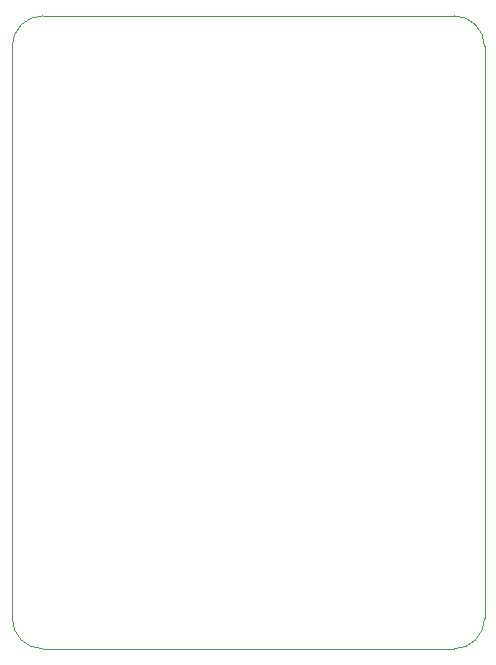
<source format=gbr>
G04 #@! TF.GenerationSoftware,KiCad,Pcbnew,7.0.10*
G04 #@! TF.CreationDate,2024-03-18T19:26:52+01:00*
G04 #@! TF.ProjectId,CanLite,43616e4c-6974-4652-9e6b-696361645f70,rev?*
G04 #@! TF.SameCoordinates,Original*
G04 #@! TF.FileFunction,Profile,NP*
%FSLAX46Y46*%
G04 Gerber Fmt 4.6, Leading zero omitted, Abs format (unit mm)*
G04 Created by KiCad (PCBNEW 7.0.10) date 2024-03-18 19:26:52*
%MOMM*%
%LPD*%
G01*
G04 APERTURE LIST*
G04 #@! TA.AperFunction,Profile*
%ADD10C,0.050000*%
G04 #@! TD*
G04 APERTURE END LIST*
D10*
X104600000Y-105000000D02*
X139400000Y-105000000D01*
X142000000Y-54000000D02*
G75*
G03*
X139400000Y-51400000I-2600000J0D01*
G01*
X139400000Y-105000000D02*
G75*
G03*
X142000000Y-102400000I0J2600000D01*
G01*
X102000000Y-102400000D02*
G75*
G03*
X104600000Y-105000000I2600000J0D01*
G01*
X102000000Y-54000000D02*
X102000000Y-102400000D01*
X142000000Y-102400000D02*
X142000000Y-54000000D01*
X139400000Y-51400000D02*
X104600000Y-51400000D01*
X104600000Y-51400000D02*
G75*
G03*
X102000000Y-54000000I0J-2600000D01*
G01*
M02*

</source>
